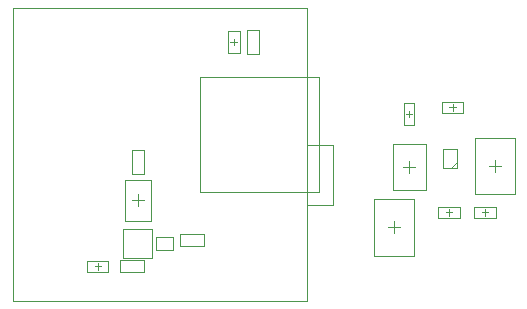
<source format=gbr>
G04*
G04 #@! TF.GenerationSoftware,Altium Limited,Altium Designer,25.8.1 (18)*
G04*
G04 Layer_Color=32768*
%FSLAX25Y25*%
%MOIN*%
G70*
G04*
G04 #@! TF.SameCoordinates,7B14AC28-D965-4A85-B311-1C3B9A759C65*
G04*
G04*
G04 #@! TF.FilePolarity,Positive*
G04*
G01*
G75*
%ADD10C,0.00394*%
%ADD46C,0.00197*%
D10*
X159177Y406701D02*
Y416347D01*
X168823D01*
Y406701D02*
Y416347D01*
X159177Y406701D02*
X168823D01*
X253417Y454772D02*
X255583D01*
X254500Y453689D02*
Y455854D01*
X279772Y420917D02*
Y423083D01*
X278689Y422000D02*
X280854D01*
X184618Y428905D02*
Y467095D01*
Y428905D02*
X224382D01*
Y467095D01*
X184618D02*
X224382D01*
X265638Y436850D02*
X270362D01*
X265638D02*
Y443150D01*
X270362D01*
Y436850D02*
Y443150D01*
X268394Y436850D02*
X270362Y438819D01*
X150728Y402917D02*
Y405083D01*
X149646Y404000D02*
X151811D01*
X249500Y415035D02*
Y418972D01*
X247532Y417004D02*
X251468D01*
X283000Y435528D02*
Y439465D01*
X281031Y437496D02*
X284968D01*
X170244Y413795D02*
X175756D01*
Y409465D02*
Y413795D01*
X170244Y409465D02*
X175756D01*
X170244D02*
Y413795D01*
X122504Y392449D02*
X220339D01*
Y490283D01*
X122504D02*
X220339D01*
X122504Y392449D02*
Y490283D01*
X220339Y444500D02*
X229000D01*
Y424500D02*
Y444500D01*
X220339Y424500D02*
X229000D01*
X266689Y422000D02*
X268854D01*
X267772Y420917D02*
Y423083D01*
X196000Y477709D02*
Y479874D01*
X194917Y478791D02*
X197083D01*
X267917Y457000D02*
X270083D01*
X269000Y455917D02*
Y458083D01*
X164000Y424031D02*
Y427969D01*
X162031Y426000D02*
X165969D01*
X252532Y437228D02*
X256469D01*
X254500Y435260D02*
Y439197D01*
D46*
X252728Y451228D02*
Y458315D01*
X256272Y451228D02*
Y458315D01*
X252728Y451228D02*
X256272D01*
X252728Y458315D02*
X256272D01*
X276228Y423772D02*
X283315D01*
X276228Y420228D02*
X283315D01*
X276228D02*
Y423772D01*
X283315Y420228D02*
Y423772D01*
X147185Y405772D02*
X154272D01*
X147185Y402228D02*
X154272D01*
X147185D02*
Y405772D01*
X154272Y402228D02*
Y405772D01*
X242807Y426453D02*
X256193D01*
X242807Y407555D02*
X256193D01*
Y426453D01*
X242807Y407555D02*
Y426453D01*
X276307Y446945D02*
X289693D01*
X276307Y428047D02*
X289693D01*
Y446945D01*
X276307Y428047D02*
Y446945D01*
X166189Y402000D02*
Y406000D01*
X158189D02*
X166189D01*
X158189Y402000D02*
Y406000D01*
Y402000D02*
X166189D01*
X200500Y474811D02*
X204500D01*
Y482811D01*
X200500D02*
X204500D01*
X200500Y474811D02*
Y482811D01*
X271315Y420228D02*
Y423772D01*
X264228Y420228D02*
Y423772D01*
Y420228D02*
X271315D01*
X264228Y423772D02*
X271315D01*
X194032Y475248D02*
X197968D01*
X194032Y482335D02*
X197968D01*
X194032Y475248D02*
Y482335D01*
X197968Y475248D02*
Y482335D01*
X272543Y455228D02*
Y458772D01*
X265457Y455228D02*
Y458772D01*
Y455228D02*
X272543D01*
X265457Y458772D02*
X272543D01*
X186282Y410746D02*
Y414746D01*
X178282D02*
X186282D01*
X178282Y410746D02*
Y414746D01*
Y410746D02*
X186282D01*
X162000Y434811D02*
X166000D01*
Y442811D01*
X162000D02*
X166000D01*
X162000Y434811D02*
Y442811D01*
X159669Y432890D02*
X168331D01*
X159669Y419110D02*
X168331D01*
Y432890D01*
X159669Y419110D02*
Y432890D01*
X248988Y429551D02*
Y444906D01*
X260012Y429551D02*
Y444906D01*
X248988Y429551D02*
X260012D01*
X248988Y444906D02*
X260012D01*
M02*

</source>
